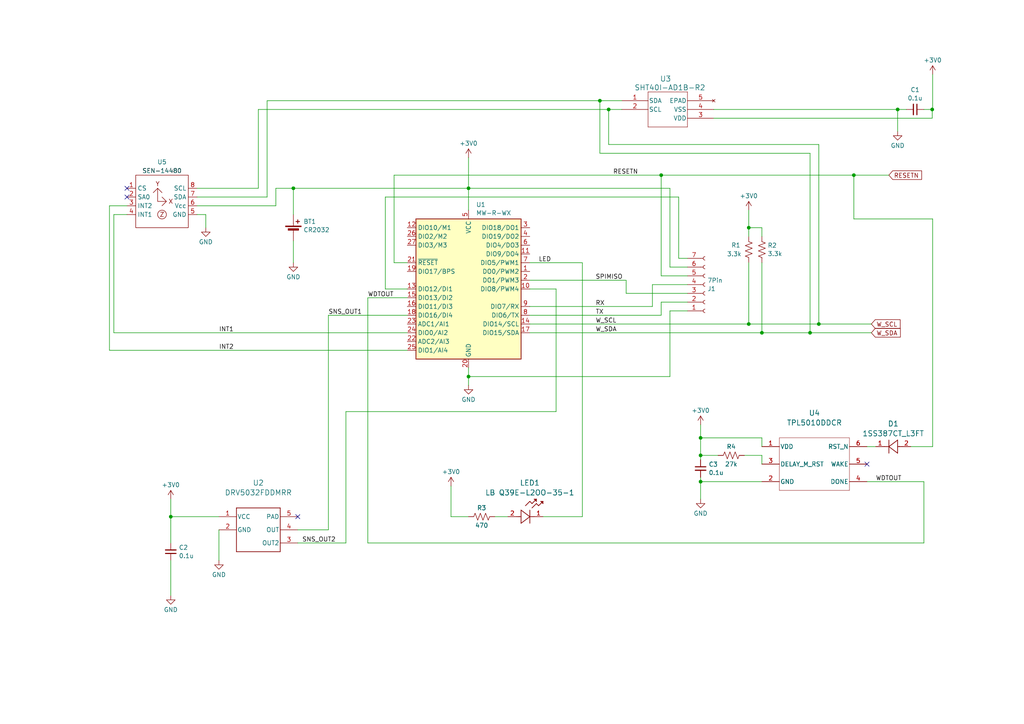
<source format=kicad_sch>
(kicad_sch (version 20231120) (generator "eeschema") (generator_version "8.0")
  (paper "A4")
  (title_block (title "Minisize TWE sensor proto") (date "2024-01-30") (rev "1.00") (company "YS Lab"))
  (lib_symbols
    (symbol "Connector:Conn_01x07_Socket" (pin_names (offset 1.016) hide)
      (property "Reference" "J" (at 0 10.16 0))
      (property "Value" "Conn_01x07_Socket" (at 0 -10.16 0))
      (symbol "Conn_01x07_Socket_1_1"
        (arc (start 0 -7.112) (mid -0.5058 -7.62) (end 0 -8.128) (stroke (width 0.1524)))
        (arc (start 0 -4.572) (mid -0.5058 -5.08) (end 0 -5.588) (stroke (width 0.1524)))
        (arc (start 0 -2.032) (mid -0.5058 -2.54) (end 0 -3.048) (stroke (width 0.1524)))
        (polyline (pts (xy -1.27 -7.62) (xy -0.508 -7.62)) (stroke (width 0.1524)))
        (polyline (pts (xy -1.27 -5.08) (xy -0.508 -5.08)) (stroke (width 0.1524)))
        (polyline (pts (xy -1.27 -2.54) (xy -0.508 -2.54)) (stroke (width 0.1524)))
        (polyline (pts (xy -1.27 0) (xy -0.508 0)) (stroke (width 0.1524)))
        (polyline (pts (xy -1.27 2.54) (xy -0.508 2.54)) (stroke (width 0.1524)))
        (polyline (pts (xy -1.27 5.08) (xy -0.508 5.08)) (stroke (width 0.1524)))
        (polyline (pts (xy -1.27 7.62) (xy -0.508 7.62)) (stroke (width 0.1524)))
        (arc (start 0 0.508) (mid -0.5058 0) (end 0 -0.508) (stroke (width 0.1524)))
        (arc (start 0 3.048) (mid -0.5058 2.54) (end 0 2.032) (stroke (width 0.1524)))
        (arc (start 0 5.588) (mid -0.5058 5.08) (end 0 4.572) (stroke (width 0.1524)))
        (arc (start 0 8.128) (mid -0.5058 7.62) (end 0 7.112) (stroke (width 0.1524)))
        (pin passive line (at -5.08 7.62 0) (length 3.81) (name "Pin_1") (number "1"))
        (pin passive line (at -5.08 5.08 0) (length 3.81) (name "Pin_2") (number "2"))
        (pin passive line (at -5.08 2.54 0) (length 3.81) (name "Pin_3") (number "3"))
        (pin passive line (at -5.08 0 0) (length 3.81) (name "Pin_4") (number "4"))
        (pin passive line (at -5.08 -2.54 0) (length 3.81) (name "Pin_5") (number "5"))
        (pin passive line (at -5.08 -5.08 0) (length 3.81) (name "Pin_6") (number "6"))
        (pin passive line (at -5.08 -7.62 0) (length 3.81) (name "Pin_7") (number "7"))
      )
    )
    (symbol "Device:Battery_Cell" (pin_numbers hide) (pin_names (offset 0) hide)
      (property "Reference" "BT" (at 2.54 2.54 0))
      (property "Value" "Battery_Cell" (at 2.54 0 0))
      (symbol "Battery_Cell_0_1"
        (rectangle (start -2.286 1.778) (end 2.286 1.524) (fill (type outline)))
        (rectangle (start -1.524 1.016) (end 1.524 0.508) (fill (type outline)))
        (polyline (pts (xy 0 0.762) (xy 0 0)))
        (polyline (pts (xy 0 1.778) (xy 0 2.54)))
        (polyline (pts (xy 0.762 3.048) (xy 1.778 3.048)) (stroke (width 0.254)))
        (polyline (pts (xy 1.27 3.556) (xy 1.27 2.54)) (stroke (width 0.254)))
      )
      (symbol "Battery_Cell_1_1"
        (pin passive line (at 0 5.08 270) (length 2.54) (name "+") (number "1"))
        (pin passive line (at 0 -2.54 90) (length 2.54) (name "-") (number "2"))
      )
    )
    (symbol "Device:C_Small" (pin_numbers hide) (pin_names (offset 0.254) hide)
      (property "Reference" "C" (at 0.254 1.778 0))
      (property "Value" "C_Small" (at 0.254 -2.032 0))
      (symbol "C_Small_0_1"
        (polyline (pts (xy -1.524 -0.508) (xy 1.524 -0.508)) (stroke (width 0.3302)))
        (polyline (pts (xy -1.524 0.508) (xy 1.524 0.508)) (stroke (width 0.3048)))
      )
      (symbol "C_Small_1_1"
        (pin passive line (at 0 2.54 270) (length 2.032) (name "~") (number "1"))
        (pin passive line (at 0 -2.54 90) (length 2.032) (name "~") (number "2"))
      )
    )
    (symbol "Device:R_US" (pin_numbers hide) (pin_names (offset 0))
      (property "Reference" "R" (at 2.54 0 90))
      (property "Value" "R_US" (at -2.54 0 90))
      (symbol "R_US_0_1"
        (polyline (pts (xy 0 -2.286) (xy 0 -2.54)))
        (polyline (pts (xy 0 2.286) (xy 0 2.54)))
        (polyline (pts (xy 0 -0.762) (xy 1.016 -1.143) (xy 0 -1.524) (xy -1.016 -1.905) (xy 0 -2.286)))
        (polyline (pts (xy 0 0.762) (xy 1.016 0.381) (xy 0 0) (xy -1.016 -0.381) (xy 0 -0.762)))
        (polyline (pts (xy 0 2.286) (xy 1.016 1.905) (xy 0 1.524) (xy -1.016 1.143) (xy 0 0.762)))
      )
      (symbol "R_US_1_1"
        (pin passive line (at 0 3.81 270) (length 1.27) (name "~") (number "1"))
        (pin passive line (at 0 -3.81 90) (length 1.27) (name "~") (number "2"))
      )
    )
    (symbol "RF_ZigBee:MW-R-WX"
      (property "Reference" "U" (at -11.43 21.59 0))
      (property "Value" "MW-R-WX" (at 7.62 21.59 0))
      (symbol "MW-R-WX_1_0"
        (rectangle (start -15.24 -20.32) (end 15.24 20.32) (stroke (width 0.254)) (fill (type background)))
      )
      (symbol "MW-R-WX_1_1"
        (pin output line (at 17.78 5.08 180) (length 2.54) (name "DO0/PWM2") (number "1"))
        (pin bidirectional line (at 17.78 0 180) (length 2.54) (name "DIO8/PWM4") (number "10"))
        (pin bidirectional line (at 17.78 10.16 180) (length 2.54) (name "DIO9/DO4") (number "11"))
        (pin bidirectional line (at -17.78 17.78 0) (length 2.54) (name "DIO10/M1") (number "12"))
        (pin bidirectional line (at -17.78 0 0) (length 2.54) (name "DIO12/DI1") (number "13"))
        (pin bidirectional line (at 17.78 -10.16 180) (length 2.54) (name "DIO14/SCL") (number "14"))
        (pin bidirectional line (at -17.78 -2.54 0) (length 2.54) (name "DIO13/DI2") (number "15"))
        (pin bidirectional line (at -17.78 -5.08 0) (length 2.54) (name "DIO11/DI3") (number "16"))
        (pin bidirectional line (at 17.78 -12.7 180) (length 2.54) (name "DIO15/SDA") (number "17"))
        (pin bidirectional line (at -17.78 -7.62 0) (length 2.54) (name "DIO16/DI4") (number "18"))
        (pin bidirectional line (at -17.78 5.08 0) (length 2.54) (name "DIO17/BPS") (number "19"))
        (pin bidirectional line (at 17.78 2.54 180) (length 2.54) (name "DO1/PWM3") (number "2"))
        (pin power_in line (at 0 -22.86 90) (length 2.54) (name "GND") (number "20"))
        (pin input line (at -17.78 7.62 0) (length 2.54) (name "~{RESET}") (number "21"))
        (pin input line (at -17.78 -15.24 0) (length 2.54) (name "ADC2/AI3") (number "22"))
        (pin input line (at -17.78 -10.16 0) (length 2.54) (name "ADC1/AI1") (number "23"))
        (pin bidirectional line (at -17.78 -12.7 0) (length 2.54) (name "DIO0/AI2") (number "24"))
        (pin bidirectional line (at -17.78 -17.78 0) (length 2.54) (name "DIO1/AI4") (number "25"))
        (pin bidirectional line (at -17.78 15.24 0) (length 2.54) (name "DIO2/M2") (number "26"))
        (pin bidirectional line (at -17.78 12.7 0) (length 2.54) (name "DIO3/M3") (number "27"))
        (pin passive line (at 0 -22.86 90) (length 2.54) hide (name "GND") (number "28"))
        (pin no_connect line (at 15.24 -17.78 180) (length 2.54) hide (name "NC") (number "29"))
        (pin bidirectional line (at 17.78 17.78 180) (length 2.54) (name "DIO18/DO1") (number "3"))
        (pin passive line (at 0 -22.86 90) (length 2.54) hide (name "GND") (number "30"))
        (pin passive line (at 0 -22.86 90) (length 2.54) hide (name "GND") (number "31"))
        (pin passive line (at 0 -22.86 90) (length 2.54) hide (name "GND") (number "32"))
        (pin bidirectional line (at 17.78 15.24 180) (length 2.54) (name "DIO19/DO2") (number "4"))
        (pin power_in line (at 0 22.86 270) (length 2.54) (name "VCC") (number "5"))
        (pin bidirectional line (at 17.78 12.7 180) (length 2.54) (name "DIO4/DO3") (number "6"))
        (pin bidirectional line (at 17.78 7.62 180) (length 2.54) (name "DIO5/PWM1") (number "7"))
        (pin bidirectional line (at 17.78 -7.62 180) (length 2.54) (name "DIO6/TX") (number "8"))
        (pin bidirectional line (at 17.78 -5.08 180) (length 2.54) (name "DIO7/RX") (number "9"))
      )
    )
    (symbol "power:+3V0" (power) (pin_names (offset 0))
      (property "Value" "+3V0" (at 0 3.556 0))
      (symbol "+3V0_0_1"
        (polyline (pts (xy -0.762 1.27) (xy 0 2.54)))
        (polyline (pts (xy 0 0) (xy 0 2.54)))
        (polyline (pts (xy 0 2.54) (xy 0.762 1.27)))
      )
      (symbol "+3V0_1_1"
        (pin power_in line (at 0 0 90) (length 0) hide (name "+3V0") (number "1"))
      )
    )
    (symbol "power:GND" (power) (pin_names (offset 0))
      (property "Value" "GND" (at 0 -3.81 0))
      (symbol "GND_0_1"
        (polyline (pts (xy 0 0) (xy 0 -1.27) (xy 1.27 -1.27) (xy 0 -2.54) (xy -1.27 -1.27) (xy 0 -1.27)))
      )
      (symbol "GND_1_1"
        (pin power_in line (at 0 0 270) (length 0) hide (name "GND") (number "1"))
      )
    )
    (symbol "q930:1SS387CT_L3FT" (pin_names (offset 0.254))
      (property "Reference" "CR" (at 5.08 4.445 0))
      (property "Value" "1SS387CT_L3FT" (at 5.08 -3.81 0))
      (symbol "1SS387CT_L3FT_1_1"
        (polyline (pts (xy 2.54 0) (xy 3.4798 0)) (stroke (width 0.2032)))
        (polyline (pts (xy 3.175 0) (xy 3.81 0)) (stroke (width 0.2032)))
        (polyline (pts (xy 3.81 -1.905) (xy 6.35 0)) (stroke (width 0.2032)))
        (polyline (pts (xy 3.81 1.905) (xy 3.81 -1.905)) (stroke (width 0.2032)))
        (polyline (pts (xy 6.35 -1.905) (xy 6.35 1.905)) (stroke (width 0.2032)))
        (polyline (pts (xy 6.35 0) (xy 3.81 1.905)) (stroke (width 0.2032)))
        (polyline (pts (xy 6.35 0) (xy 7.62 0)) (stroke (width 0.2032)))
        (pin unspecified line (at 10.16 0 180) (length 2.54) (name "") (number "1"))
        (pin unspecified line (at 0 0 0) (length 2.54) (name "") (number "2"))
      )
      (symbol "1SS387CT_L3FT_1_2"
        (polyline (pts (xy -1.905 3.81) (xy 1.905 3.81)) (stroke (width 0.2032)))
        (polyline (pts (xy 0 2.54) (xy 0 3.4798)) (stroke (width 0.2032)))
        (polyline (pts (xy 0 3.175) (xy 0 3.81)) (stroke (width 0.2032)))
        (polyline (pts (xy 0 6.35) (xy -1.905 3.81)) (stroke (width 0.2032)))
        (polyline (pts (xy 0 6.35) (xy 0 7.62)) (stroke (width 0.2032)))
        (polyline (pts (xy 1.905 3.81) (xy 0 6.35)) (stroke (width 0.2032)))
        (polyline (pts (xy 1.905 6.35) (xy -1.905 6.35)) (stroke (width 0.2032)))
        (pin unspecified line (at 0 10.16 270) (length 2.54) (name "") (number "1"))
        (pin unspecified line (at 0 0 90) (length 2.54) (name "") (number "2"))
      )
    )
    (symbol "q930:DRV5032FDDMRR" (pin_names (offset 0.254))
      (property "Reference" "U" (at -1.27 13.97 0))
      (property "Value" "DRV5032FDDMRR" (at 0 10.16 0))
      (symbol "DRV5032FDDMRR_0_1"
        (polyline (pts (xy -6.35 -5.08) (xy 6.35 -5.08)) (stroke (width 0.2032)))
        (polyline (pts (xy -6.35 7.62) (xy -6.35 -5.08)) (stroke (width 0.2032)))
        (polyline (pts (xy 6.35 -5.08) (xy 6.35 7.62)) (stroke (width 0.2032)))
        (polyline (pts (xy 6.35 7.62) (xy -6.35 7.62)) (stroke (width 0.2032)))
        (pin power_in line (at -11.43 5.08 0) (length 5.08) (name "VCC") (number "1"))
        (pin output line (at 11.43 -2.54 180) (length 5.08) (name "OUT2") (number "3"))
        (pin output line (at 11.43 1.27 180) (length 5.08) (name "OUT") (number "4"))
        (pin unspecified line (at 11.43 5.08 180) (length 5.08) (name "PAD") (number "5"))
      )
      (symbol "DRV5032FDDMRR_1_1"
        (pin power_in line (at -11.43 1.27 0) (length 5.08) (name "GND") (number "2"))
      )
    )
    (symbol "q930:LB_Q39E-L2OO-35-1" (pin_names (offset 0.254))
      (property "Reference" "LED" (at 5.08 -4.445 0))
      (property "Value" "LB Q39E-L2OO-35-1" (at 5.08 -7.62 0))
      (symbol "LB_Q39E-L2OO-35-1_1_1"
        (polyline (pts (xy 2.54 0) (xy 3.4798 0)) (stroke (width 0.2032)))
        (polyline (pts (xy 3.175 0) (xy 3.81 0)) (stroke (width 0.2032)))
        (polyline (pts (xy 3.81 -1.905) (xy 6.35 0)) (stroke (width 0.2032)))
        (polyline (pts (xy 3.81 1.905) (xy 3.81 -1.905)) (stroke (width 0.2032)))
        (polyline (pts (xy 5.08 3.175) (xy 6.35 4.445)) (stroke (width 0.2032)))
        (polyline (pts (xy 6.35 -1.905) (xy 6.35 1.905)) (stroke (width 0.2032)))
        (polyline (pts (xy 6.35 0) (xy 3.81 1.905)) (stroke (width 0.2032)))
        (polyline (pts (xy 6.35 0) (xy 7.62 0)) (stroke (width 0.2032)))
        (polyline (pts (xy 6.35 4.445) (xy 6.985 3.81)) (stroke (width 0.2032)))
        (polyline (pts (xy 6.985 2.54) (xy 8.255 3.81)) (stroke (width 0.2032)))
        (polyline (pts (xy 6.985 3.81) (xy 8.255 5.08)) (stroke (width 0.2032)))
        (polyline (pts (xy 7.62 5.08) (xy 8.255 4.445)) (stroke (width 0.2032)))
        (polyline (pts (xy 8.255 3.81) (xy 8.89 3.175)) (stroke (width 0.2032)))
        (polyline (pts (xy 8.255 4.445) (xy 8.255 5.08)) (stroke (width 0.2032)))
        (polyline (pts (xy 8.255 5.08) (xy 7.62 5.08)) (stroke (width 0.2032)))
        (polyline (pts (xy 8.89 3.175) (xy 10.16 4.445)) (stroke (width 0.2032)))
        (polyline (pts (xy 9.525 4.445) (xy 10.16 3.81)) (stroke (width 0.2032)))
        (polyline (pts (xy 10.16 3.81) (xy 10.16 4.445)) (stroke (width 0.2032)))
        (polyline (pts (xy 10.16 4.445) (xy 9.525 4.445)) (stroke (width 0.2032)))
        (pin unspecified line (at 10.16 0 180) (length 2.54) (name "") (number "1"))
        (pin unspecified line (at 0 0 0) (length 2.54) (name "") (number "2"))
      )
      (symbol "LB_Q39E-L2OO-35-1_1_2"
        (polyline (pts (xy -5.08 7.62) (xy -4.445 8.255)) (stroke (width 0.2032)))
        (polyline (pts (xy -5.08 8.255) (xy -5.08 7.62)) (stroke (width 0.2032)))
        (polyline (pts (xy -4.445 6.35) (xy -3.81 6.985)) (stroke (width 0.2032)))
        (polyline (pts (xy -4.445 8.255) (xy -5.08 8.255)) (stroke (width 0.2032)))
        (polyline (pts (xy -4.445 9.525) (xy -3.81 10.16)) (stroke (width 0.2032)))
        (polyline (pts (xy -4.445 10.16) (xy -4.445 9.525)) (stroke (width 0.2032)))
        (polyline (pts (xy -3.81 6.985) (xy -5.08 8.255)) (stroke (width 0.2032)))
        (polyline (pts (xy -3.81 8.255) (xy -3.175 8.89)) (stroke (width 0.2032)))
        (polyline (pts (xy -3.81 10.16) (xy -4.445 10.16)) (stroke (width 0.2032)))
        (polyline (pts (xy -3.175 5.08) (xy -4.445 6.35)) (stroke (width 0.2032)))
        (polyline (pts (xy -3.175 8.89) (xy -4.445 10.16)) (stroke (width 0.2032)))
        (polyline (pts (xy -2.54 6.985) (xy -3.81 8.255)) (stroke (width 0.2032)))
        (polyline (pts (xy -1.905 3.81) (xy 1.905 3.81)) (stroke (width 0.2032)))
        (polyline (pts (xy 0 2.54) (xy 0 3.4798)) (stroke (width 0.2032)))
        (polyline (pts (xy 0 3.175) (xy 0 3.81)) (stroke (width 0.2032)))
        (polyline (pts (xy 0 6.35) (xy -1.905 3.81)) (stroke (width 0.2032)))
        (polyline (pts (xy 0 6.35) (xy 0 7.62)) (stroke (width 0.2032)))
        (polyline (pts (xy 1.905 3.81) (xy 0 6.35)) (stroke (width 0.2032)))
        (polyline (pts (xy 1.905 6.35) (xy -1.905 6.35)) (stroke (width 0.2032)))
        (pin unspecified line (at 0 10.16 270) (length 2.54) (name "") (number "1"))
        (pin unspecified line (at 0 0 90) (length 2.54) (name "") (number "2"))
      )
    )
    (symbol "q930:SEN-14480"
      (property "Reference" "U" (at 0 2.54 0))
      (symbol "SEN-14480_0_1"
        (rectangle (start -7.62 -1.27) (end 7.62 -16.51))
        (polyline (pts (xy -1.27 -5.08) (xy -1.27 -8.89) (xy 1.27 -8.89)))
      )
      (symbol "SEN-14480_1_1"
        (circle (center 0 -12.7) (radius 1.27))
        (polyline (pts (xy -1.27 -5.08) (xy -2.54 -6.35)))
        (polyline (pts (xy -1.27 -5.08) (xy 0 -6.35)))
        (polyline (pts (xy 1.27 -8.89) (xy 0 -7.62) (xy 1.27 -8.89) (xy 0 -10.16)))
        (text "SEN-14480" (at 0 0 0) (effects (font (size 1.27 1.27))))
        (text "X" (at 2.54 -8.89 0) (effects (font (size 1.27 1.27))))
        (text "Y\n" (at -1.27 -3.81 0) (effects (font (size 1.27 1.27))))
        (text "Z" (at 0 -12.7 0) (effects (font (size 1.27 1.27))))
        (pin input line (at -10.16 -5.08 0) (length 2.54) (name "CS") (number "1"))
        (pin input line (at -10.16 -7.62 0) (length 2.54) (name "SA0") (number "2"))
        (pin input line (at -10.16 -10.16 0) (length 2.54) (name "INT2") (number "3"))
        (pin input line (at -10.16 -12.7 0) (length 2.54) (name "INT1") (number "4"))
        (pin input line (at 10.16 -12.7 180) (length 2.54) (name "GND") (number "5"))
        (pin input line (at 10.16 -10.16 180) (length 2.54) (name "Vcc") (number "6"))
        (pin input line (at 10.16 -7.62 180) (length 2.54) (name "SDA") (number "7"))
        (pin input line (at 10.16 -5.08 180) (length 2.54) (name "SCL") (number "8"))
      )
    )
    (symbol "q930:SHT40I-AD1B-R2" (pin_names (offset 0.254))
      (property "Reference" "U3" (at 12.7 6.35 0))
      (property "Value" "SHT40I-AD1B-R2" (at 13.97 3.81 0))
      (symbol "SHT40I-AD1B-R2_0_1"
        (polyline (pts (xy 7.62 -7.62) (xy 19.05 -7.62)) (stroke (width 0.127)))
        (polyline (pts (xy 7.62 2.54) (xy 7.62 -7.62)) (stroke (width 0.127)))
        (polyline (pts (xy 19.05 -7.62) (xy 19.05 2.54)) (stroke (width 0.127)))
        (polyline (pts (xy 19.05 2.54) (xy 7.62 2.54)) (stroke (width 0.127)))
        (pin bidirectional line (at 0 0 0) (length 7.62) (name "SDA") (number "1"))
        (pin input line (at 0 -2.54 0) (length 7.62) (name "SCL") (number "2"))
        (pin power_in line (at 26.67 -5.08 180) (length 7.62) (name "VDD") (number "3"))
        (pin power_out line (at 26.67 -2.54 180) (length 7.62) (name "VSS") (number "4"))
        (pin no_connect line (at 26.67 0 180) (length 7.62) (name "EPAD") (number "5"))
      )
    )
    (symbol "q930:TPL5010DDCR" (pin_names (offset 0.254))
      (property "Reference" "U" (at -2.54 8.89 0))
      (property "Value" "TPL5010DDCR" (at 1.27 -10.16 0))
      (symbol "TPL5010DDCR_0_1"
        (polyline (pts (xy -10.16 -7.62) (xy 10.16 -7.62)) (stroke (width 0.1016)))
        (polyline (pts (xy -10.16 7.62) (xy -10.16 -7.62)) (stroke (width 0.1016)))
        (polyline (pts (xy 10.16 -7.62) (xy 10.16 7.62)) (stroke (width 0.1016)))
        (polyline (pts (xy 10.16 7.62) (xy -10.16 7.62)) (stroke (width 0.1016)))
        (pin power_in line (at -15.24 5.08 0) (length 5.08) (name "VDD") (number "1"))
        (pin power_in line (at -15.24 -5.08 0) (length 5.08) (name "GND") (number "2"))
        (pin input line (at -15.24 0 0) (length 5.08) (name "DELAY_M_RST") (number "3"))
        (pin input line (at 15.24 -5.08 180) (length 5.08) (name "DONE") (number "4"))
        (pin output line (at 15.24 0 180) (length 5.08) (name "WAKE") (number "5"))
        (pin output line (at 15.24 5.08 180) (length 5.08) (name "RST_N") (number "6"))
      )
    )
  )
  (junction (at 203.2 132.08))
  (junction (at 247.65 50.8))
  (junction (at 173.99 29.21))
  (junction (at 176.53 31.75))
  (junction (at 217.17 66.04))
  (junction (at 270.383 31.75))
  (junction (at 234.95 96.52))
  (junction (at 260.35 31.75))
  (junction (at 49.53 149.86))
  (junction (at 85.09 54.61))
  (junction (at 237.49 93.98))
  (junction (at 135.89 109.22))
  (junction (at 217.17 93.98))
  (junction (at 191.77 50.8))
  (junction (at 135.89 54.61))
  (junction (at 203.2 139.7))
  (junction (at 203.2 127))
  (junction (at 220.98 96.52))
  (no_connect (at 36.83 54.61))
  (no_connect (at 86.36 149.86))
  (no_connect (at 251.46 134.62))
  (no_connect (at 36.83 57.15))
  (wire (pts (xy 203.2 138.43) (xy 203.2 139.7)))
  (wire (pts (xy 111.76 83.82) (xy 111.76 57.15)))
  (wire (pts (xy 63.5 153.67) (xy 63.5 162.56)))
  (wire (pts (xy 80.01 54.61) (xy 85.09 54.61)))
  (wire (pts (xy 153.67 76.2) (xy 168.91 76.2)))
  (wire (pts (xy 59.69 62.23) (xy 59.69 66.04)))
  (wire (pts (xy 31.75 59.69) (xy 31.75 101.6)))
  (wire (pts (xy 203.2 127) (xy 203.2 132.08)))
  (wire (pts (xy 194.31 77.47) (xy 199.39 77.47)))
  (wire (pts (xy 267.97 31.75) (xy 270.383 31.75)))
  (wire (pts (xy 130.81 140.97) (xy 130.81 149.86)))
  (wire (pts (xy 199.39 87.63) (xy 191.77 87.63)))
  (wire (pts (xy 49.53 162.56) (xy 49.53 172.72)))
  (wire (pts (xy 203.2 132.08) (xy 203.2 133.35)))
  (wire (pts (xy 191.77 91.44) (xy 153.67 91.44)))
  (wire (pts (xy 264.16 129.54) (xy 270.51 129.54)))
  (wire (pts (xy 95.25 91.44) (xy 95.25 153.67)))
  (wire (pts (xy 153.67 93.98) (xy 217.17 93.98)))
  (wire (pts (xy 270.51 21.59) (xy 270.51 31.75)))
  (wire (pts (xy 49.53 144.78) (xy 49.53 149.86)))
  (wire (pts (xy 31.75 101.6) (xy 118.11 101.6)))
  (wire (pts (xy 57.15 57.15) (xy 77.47 57.15)))
  (wire (pts (xy 220.98 76.2) (xy 220.98 96.52)))
  (wire (pts (xy 270.51 63.5) (xy 247.65 63.5)))
  (wire (pts (xy 237.49 93.98) (xy 252.73 93.98)))
  (wire (pts (xy 173.99 44.45) (xy 234.95 44.45)))
  (wire (pts (xy 247.65 50.8) (xy 257.81 50.8)))
  (wire (pts (xy 176.53 31.75) (xy 180.34 31.75)))
  (wire (pts (xy 85.09 69.85) (xy 85.09 76.2)))
  (wire (pts (xy 203.2 132.08) (xy 208.28 132.08)))
  (wire (pts (xy 217.17 60.96) (xy 217.17 66.04)))
  (wire (pts (xy 199.39 82.55) (xy 189.23 82.55)))
  (wire (pts (xy 203.2 139.7) (xy 220.98 139.7)))
  (wire (pts (xy 49.53 149.86) (xy 49.53 157.48)))
  (wire (pts (xy 220.98 132.08) (xy 215.9 132.08)))
  (wire (pts (xy 135.89 54.61) (xy 194.31 54.61)))
  (wire (pts (xy 191.77 50.8) (xy 191.77 80.01)))
  (wire (pts (xy 153.67 83.82) (xy 161.29 83.82)))
  (wire (pts (xy 118.11 76.2) (xy 114.3 76.2)))
  (wire (pts (xy 220.98 96.52) (xy 234.95 96.52)))
  (wire (pts (xy 33.02 96.52) (xy 118.11 96.52)))
  (wire (pts (xy 234.95 96.52) (xy 252.73 96.52)))
  (wire (pts (xy 74.93 54.61) (xy 57.15 54.61)))
  (wire (pts (xy 57.15 62.23) (xy 59.69 62.23)))
  (wire (pts (xy 220.98 132.08) (xy 220.98 134.62)))
  (wire (pts (xy 203.2 123.19) (xy 203.2 127)))
  (wire (pts (xy 106.68 86.36) (xy 106.68 157.48)))
  (wire (pts (xy 260.35 31.75) (xy 260.35 38.1)))
  (wire (pts (xy 217.17 93.98) (xy 237.49 93.98)))
  (wire (pts (xy 194.31 90.17) (xy 194.31 109.22)))
  (wire (pts (xy 168.91 76.2) (xy 168.91 149.86)))
  (wire (pts (xy 135.89 106.68) (xy 135.89 109.22)))
  (wire (pts (xy 85.09 62.23) (xy 85.09 54.61)))
  (wire (pts (xy 135.89 109.22) (xy 135.89 111.76)))
  (wire (pts (xy 196.85 57.15) (xy 196.85 74.93)))
  (wire (pts (xy 86.36 157.48) (xy 100.33 157.48)))
  (wire (pts (xy 95.25 91.44) (xy 118.11 91.44)))
  (wire (pts (xy 194.31 54.61) (xy 194.31 77.47)))
  (wire (pts (xy 270.51 129.54) (xy 270.51 63.5)))
  (wire (pts (xy 100.33 119.38) (xy 100.33 157.48)))
  (wire (pts (xy 157.48 149.86) (xy 168.91 149.86)))
  (wire (pts (xy 85.09 54.61) (xy 135.89 54.61)))
  (wire (pts (xy 189.23 82.55) (xy 189.23 88.9)))
  (wire (pts (xy 234.95 44.45) (xy 234.95 96.52)))
  (wire (pts (xy 135.89 54.61) (xy 135.89 60.96)))
  (wire (pts (xy 199.39 90.17) (xy 194.31 90.17)))
  (wire (pts (xy 114.3 76.2) (xy 114.3 50.8)))
  (wire (pts (xy 114.3 50.8) (xy 191.77 50.8)))
  (wire (pts (xy 217.17 66.04) (xy 220.98 66.04)))
  (wire (pts (xy 189.23 88.9) (xy 153.67 88.9)))
  (wire (pts (xy 49.53 149.86) (xy 63.5 149.86)))
  (wire (pts (xy 161.29 119.38) (xy 100.33 119.38)))
  (wire (pts (xy 36.83 62.23) (xy 33.02 62.23)))
  (wire (pts (xy 207.01 34.29) (xy 270.383 34.29)))
  (wire (pts (xy 176.53 31.75) (xy 74.93 31.75)))
  (wire (pts (xy 135.89 45.72) (xy 135.89 54.61)))
  (wire (pts (xy 217.17 76.2) (xy 217.17 93.98)))
  (wire (pts (xy 220.98 66.04) (xy 220.98 68.58)))
  (wire (pts (xy 270.383 31.75) (xy 270.51 31.75)))
  (wire (pts (xy 161.29 83.82) (xy 161.29 119.38)))
  (wire (pts (xy 191.77 80.01) (xy 199.39 80.01)))
  (wire (pts (xy 118.11 83.82) (xy 111.76 83.82)))
  (wire (pts (xy 77.47 57.15) (xy 77.47 29.21)))
  (wire (pts (xy 196.85 74.93) (xy 199.39 74.93)))
  (wire (pts (xy 247.65 63.5) (xy 247.65 50.8)))
  (wire (pts (xy 251.46 139.7) (xy 267.97 139.7)))
  (wire (pts (xy 217.17 66.04) (xy 217.17 68.58)))
  (wire (pts (xy 57.15 59.69) (xy 80.01 59.69)))
  (wire (pts (xy 173.99 29.21) (xy 180.34 29.21)))
  (wire (pts (xy 237.49 41.91) (xy 237.49 93.98)))
  (wire (pts (xy 74.93 31.75) (xy 74.93 54.61)))
  (wire (pts (xy 267.97 139.7) (xy 267.97 157.48)))
  (wire (pts (xy 267.97 157.48) (xy 106.68 157.48)))
  (wire (pts (xy 181.61 85.09) (xy 199.39 85.09)))
  (wire (pts (xy 143.51 149.86) (xy 147.32 149.86)))
  (wire (pts (xy 106.68 86.36) (xy 118.11 86.36)))
  (wire (pts (xy 251.46 129.54) (xy 254 129.54)))
  (wire (pts (xy 220.98 127) (xy 220.98 129.54)))
  (wire (pts (xy 36.83 59.69) (xy 31.75 59.69)))
  (wire (pts (xy 86.36 153.67) (xy 95.25 153.67)))
  (wire (pts (xy 153.67 81.28) (xy 181.61 81.28)))
  (wire (pts (xy 176.53 31.75) (xy 176.53 41.91)))
  (wire (pts (xy 130.81 149.86) (xy 135.89 149.86)))
  (wire (pts (xy 220.98 127) (xy 203.2 127)))
  (wire (pts (xy 176.53 41.91) (xy 237.49 41.91)))
  (wire (pts (xy 111.76 57.15) (xy 196.85 57.15)))
  (wire (pts (xy 181.61 81.28) (xy 181.61 85.09)))
  (wire (pts (xy 194.31 109.22) (xy 135.89 109.22)))
  (wire (pts (xy 173.99 29.21) (xy 173.99 44.45)))
  (wire (pts (xy 153.67 96.52) (xy 220.98 96.52)))
  (wire (pts (xy 191.77 87.63) (xy 191.77 91.44)))
  (wire (pts (xy 77.47 29.21) (xy 173.99 29.21)))
  (wire (pts (xy 270.383 31.75) (xy 270.383 34.29)))
  (wire (pts (xy 80.01 59.69) (xy 80.01 54.61)))
  (wire (pts (xy 260.35 31.75) (xy 262.89 31.75)))
  (wire (pts (xy 203.2 139.7) (xy 203.2 144.78)))
  (wire (pts (xy 33.02 62.23) (xy 33.02 96.52)))
  (wire (pts (xy 207.01 31.75) (xy 260.35 31.75)))
  (wire (pts (xy 191.77 50.8) (xy 247.65 50.8)))
  (label "INT2" (at 63.5 101.6 0))
  (label "SNS_OUT2" (at 87.63 157.48 0))
  (label "SNS_OUT1" (at 95.25 91.44 0))
  (label "W_SDA" (at 172.72 96.52 0))
  (label "RESETN" (at 177.8 50.8 0))
  (label "TX" (at 172.72 91.44 0))
  (label "RX" (at 172.72 88.9 0))
  (label "LED" (at 156.21 76.2 0))
  (label "WDTOUT" (at 106.68 86.36 0))
  (label "WDTOUT" (at 254 139.7 0))
  (label "SPIMISO" (at 172.72 81.28 0))
  (label "W_SCL" (at 172.72 93.98 0))
  (label "INT1" (at 63.5 96.52 0))
  (global_label "RESETN" (shape input) (at 257.81 50.8 0) (property "Intersheetrefs" "${INTERSHEET_REFS}" (effects (hide yes))))
  (global_label "W_SDA" (shape input) (at 252.73 96.52 0) (property "Intersheetrefs" "${INTERSHEET_REFS}" (effects (hide yes))))
  (global_label "W_SCL" (shape input) (at 252.73 93.98 0) (property "Intersheetrefs" "${INTERSHEET_REFS}" (effects (hide yes))))
  (symbol (lib_id "power:GND") (at 260.35 38.1 0) (unit 1)
    (property "Reference" "#PWR03" (effects (hide yes)))
    (property "Value" "GND" (at 260.35 42.2331 0))
  )
  (symbol (lib_id "Device:R_US") (at 139.7 149.86 90) (unit 1)
    (property "Reference" "R3" (at 139.7 147.32 90))
    (property "Value" "470" (at 139.7 152.4 90))
    (property "Footprint" "Resistor_SMD:R_0201_0603Metric_Pad0.64x0.40mm_HandSolder" (effects (hide yes)))
  )
  (symbol (lib_id "Connector:Conn_01x07_Socket") (at 204.47 82.55 0) (mirror x) (unit 1)
    (property "Reference" "J1" (at 205.1812 83.7621 0) (effects (justify left)))
    (property "Value" "7Pin" (at 205.1812 81.3379 0) (effects (justify left)))
    (property "Footprint" "Connector_PinSocket_2.54mm:PinSocket_1x07_P2.54mm_Vertical_SMD_Pin1Left" (effects (hide yes)))
  )
  (symbol (lib_id "power:GND") (at 135.89 111.76 0) (unit 1)
    (property "Reference" "#PWR01" (effects (hide yes)))
    (property "Value" "GND" (at 135.89 115.8931 0))
  )
  (symbol (lib_id "power:+3V0") (at 217.17 60.96 0) (unit 1)
    (property "Reference" "#PWR05" (effects (hide yes)))
    (property "Value" "+3V0" (at 217.17 56.8269 0))
  )
  (symbol (lib_id "Device:R_US") (at 217.17 72.39 0) (unit 1)
    (property "Reference" "R1" (at 212.09 71.12 0) (effects (justify left)))
    (property "Value" "3.3k" (at 210.82 73.66 0) (effects (justify left)))
    (property "Footprint" "Resistor_SMD:R_0201_0603Metric_Pad0.64x0.40mm_HandSolder" (effects (hide yes)))
  )
  (symbol (lib_id "power:+3V0") (at 270.51 21.59 0) (unit 1)
    (property "Reference" "#PWR06" (effects (hide yes)))
    (property "Value" "+3V0" (at 270.51 17.4569 0))
  )
  (symbol (lib_id "power:GND") (at 59.69 66.04 0) (unit 1)
    (property "Reference" "#PWR012" (effects (hide yes)))
    (property "Value" "GND" (at 59.69 70.1731 0))
  )
  (symbol (lib_id "Device:C_Small") (at 265.43 31.75 270) (unit 1)
    (property "Reference" "C1" (at 265.4236 26.0436 90))
    (property "Value" "0.1u" (at 265.4236 28.4678 90))
    (property "Footprint" "Capacitor_SMD:C_0603_1608Metric_Pad1.08x0.95mm_HandSolder" (effects (hide yes)))
  )
  (symbol (lib_id "Device:R_US") (at 220.98 72.39 0) (unit 1)
    (property "Reference" "R2" (at 222.631 71.1779 0) (effects (justify left)))
    (property "Value" "3.3k" (at 222.631 73.6021 0) (effects (justify left)))
    (property "Footprint" "Resistor_SMD:R_0201_0603Metric_Pad0.64x0.40mm_HandSolder" (effects (hide yes)))
  )
  (symbol (lib_id "power:+3V0") (at 130.81 140.97 0) (unit 1)
    (property "Reference" "#PWR09" (effects (hide yes)))
    (property "Value" "+3V0" (at 130.81 136.8369 0))
  )
  (symbol (lib_id "power:+3V0") (at 135.89 45.72 0) (unit 1)
    (property "Reference" "#PWR04" (effects (hide yes)))
    (property "Value" "+3V0" (at 135.89 41.5869 0))
  )
  (symbol (lib_id "Device:R_US") (at 212.09 132.08 90) (unit 1)
    (property "Reference" "R4" (at 212.09 129.54 90))
    (property "Value" "27k" (at 212.09 134.62 90))
    (property "Footprint" "Resistor_SMD:R_0201_0603Metric_Pad0.64x0.40mm_HandSolder" (effects (hide yes)))
  )
  (symbol (lib_id "power:+3V0") (at 203.2 123.19 0) (unit 1)
    (property "Reference" "#PWR010" (effects (hide yes)))
    (property "Value" "+3V0" (at 203.2 119.0569 0))
  )
  (symbol (lib_id "q930:1SS387CT_L3FT") (at 264.16 129.54 180) (unit 1)
    (property "Reference" "D1" (at 259.08 122.9032 0) (effects (font (size 1.524 1.524))))
    (property "Value" "1SS387CT_L3FT" (at 259.08 125.736 0) (effects (font (size 1.524 1.524))))
    (property "Footprint" "CST2_TOS" (effects (hide yes)))
    (property "Datasheet" "1SS387CT_L3FT" (effects (hide yes)))
  )
  (symbol (lib_id "q930:SEN-14480") (at 46.99 49.53 0) (unit 1)
    (property "Reference" "U5" (at 46.99 46.99 0))
    (property "Value" "SEN-14480" (at 46.99 49.53 0))
    (property "Footprint" "q930:SEN-14480" (effects (hide yes)))
  )
  (symbol (lib_id "power:GND") (at 49.53 172.72 0) (unit 1)
    (property "Reference" "#PWR08" (effects (hide yes)))
    (property "Value" "GND" (at 49.53 176.8531 0))
  )
  (symbol (lib_id "Device:Battery_Cell") (at 85.09 67.31 0) (unit 1)
    (property "Reference" "BT1" (at 88.011 64.2564 0) (effects (justify left)))
    (property "Value" "CR2032" (at 88.011 66.6806 0) (effects (justify left)))
    (property "Footprint" "Battery:BatteryHolder_MPD_BC2003_1x2032" (effects (hide yes)))
  )
  (symbol (lib_id "power:GND") (at 85.09 76.2 0) (unit 1)
    (property "Reference" "#PWR02" (effects (hide yes)))
    (property "Value" "GND" (at 85.09 80.3331 0))
  )
  (symbol (lib_id "q930:DRV5032FDDMRR") (at 74.93 154.94 0) (unit 1)
    (property "Reference" "U2" (at 74.93 140.0482 0) (effects (font (size 1.524 1.524))))
    (property "Value" "DRV5032FDDMRR" (at 74.93 142.881 0) (effects (font (size 1.524 1.524))))
    (property "Footprint" "DMR0004A" (effects (hide yes)))
    (property "Datasheet" "DRV5032FDDMRR" (effects (hide yes)))
  )
  (symbol (lib_id "Device:C_Small") (at 49.53 160.02 180) (unit 1)
    (property "Reference" "C2" (at 51.8541 158.8015 0) (effects (justify right)))
    (property "Value" "0.1u" (at 51.8541 161.2257 0) (effects (justify right)))
    (property "Footprint" "Capacitor_SMD:C_0603_1608Metric_Pad1.08x0.95mm_HandSolder" (effects (hide yes)))
  )
  (symbol (lib_id "q930:TPL5010DDCR") (at 236.22 134.62 0) (unit 1)
    (property "Reference" "U4" (at 236.22 119.779 0) (effects (font (size 1.524 1.524))))
    (property "Value" "TPL5010DDCR" (at 236.22 122.6118 0) (effects (font (size 1.524 1.524))))
    (property "Footprint" "DDC0006A_N" (effects (hide yes)))
    (property "Datasheet" "TPL5010DDCR" (effects (hide yes)))
  )
  (symbol (lib_id "q930:SHT40I-AD1B-R2") (at 180.34 29.21 0) (unit 1)
    (property "Reference" "U3" (at 193.04 22.86 0) (effects (font (size 1.524 1.524))))
    (property "Value" "SHT40I-AD1B-R2" (at 194.31 25.4 0) (effects (font (size 1.524 1.524))))
    (property "Footprint" "SHT40I_SEN" (effects (hide yes)))
    (property "Datasheet" "SHT40I-AD1B-R2" (effects (hide yes)))
  )
  (symbol (lib_id "RF_ZigBee:MW-R-WX") (at 135.89 83.82 0) (unit 1)
    (property "Reference" "U1" (at 138.0841 59.3557 0) (effects (justify left)))
    (property "Value" "MW-R-WX" (at 138.0841 61.7799 0) (effects (justify left)))
    (property "Footprint" "RF_Module:MonoWireless_TWE-L-WX" (effects (hide yes)))
    (property "Datasheet" "https://www.mono-wireless.com/jp/products/TWE-LITE/MW-PDS-TWELITE-JP.pdf" (effects (hide yes)))
  )
  (symbol (lib_id "Device:C_Small") (at 203.2 135.89 0) (unit 1)
    (property "Reference" "C3" (at 205.5241 134.6842 0) (effects (justify left)))
    (property "Value" "0.1u" (at 205.5241 137.1084 0) (effects (justify left)))
    (property "Footprint" "Capacitor_SMD:C_0603_1608Metric_Pad1.08x0.95mm_HandSolder" (effects (hide yes)))
  )
  (symbol (lib_id "q930:LB_Q39E-L2OO-35-1") (at 147.32 149.86 0) (unit 1)
    (property "Reference" "LED1" (at 153.67 140.0482 0) (effects (font (size 1.524 1.524))))
    (property "Value" "LB Q39E-L2OO-35-1" (at 153.67 142.881 0) (effects (font (size 1.524 1.524))))
    (property "Footprint" "LED_LBQ39E_OSR" (effects (hide yes)))
    (property "Datasheet" "LB Q39E-L2OO-35-1" (effects (hide yes)))
  )
  (symbol (lib_id "power:GND") (at 203.2 144.78 0) (unit 1)
    (property "Reference" "#PWR011" (effects (hide yes)))
    (property "Value" "GND" (at 203.2 148.9131 0))
  )
  (symbol (lib_id "power:GND") (at 63.5 162.56 0) (unit 1)
    (property "Reference" "#PWR013" (effects (hide yes)))
    (property "Value" "GND" (at 63.5 166.6931 0))
  )
  (symbol (lib_id "power:+3V0") (at 49.53 144.78 0) (unit 1)
    (property "Reference" "#PWR07" (effects (hide yes)))
    (property "Value" "+3V0" (at 49.53 140.6469 0))
  )
)
</source>
